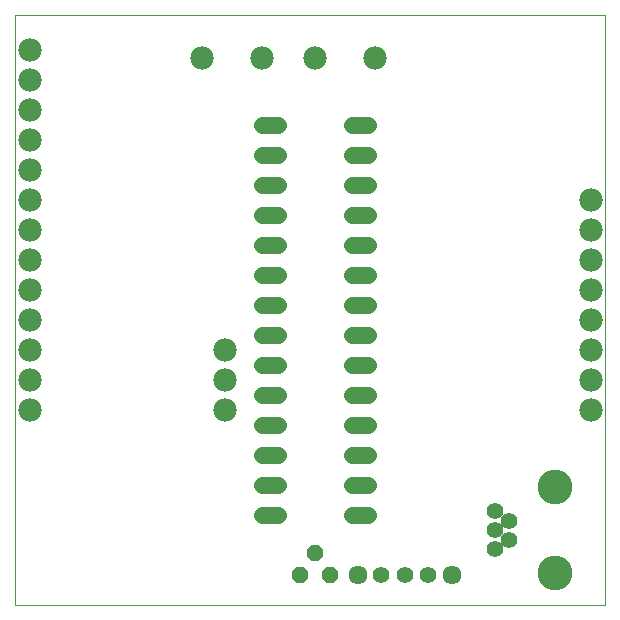
<source format=gbs>
G75*
%MOIN*%
%OFA0B0*%
%FSLAX25Y25*%
%IPPOS*%
%LPD*%
%AMOC8*
5,1,8,0,0,1.08239X$1,22.5*
%
%ADD10C,0.00000*%
%ADD11C,0.05550*%
%ADD12C,0.11620*%
%ADD13C,0.07800*%
%ADD14C,0.05600*%
%ADD15C,0.06337*%
%ADD16OC8,0.05600*%
D10*
X0001800Y0007548D02*
X0001800Y0204398D01*
X0198650Y0204398D01*
X0198650Y0007548D01*
X0001800Y0007548D01*
D11*
X0123926Y0017548D03*
X0131800Y0017548D03*
X0139674Y0017548D03*
X0161721Y0026249D03*
X0166446Y0029398D03*
X0161721Y0032548D03*
X0166446Y0035698D03*
X0161721Y0038847D03*
D12*
X0181800Y0046918D03*
X0181800Y0018178D03*
D13*
X0193800Y0072548D03*
X0193800Y0082548D03*
X0193800Y0092548D03*
X0193800Y0102548D03*
X0193800Y0112548D03*
X0193800Y0122548D03*
X0193800Y0132548D03*
X0193800Y0142548D03*
X0121800Y0190048D03*
X0101800Y0190048D03*
X0084300Y0190048D03*
X0064300Y0190048D03*
X0006800Y0192548D03*
X0006800Y0182548D03*
X0006800Y0172548D03*
X0006800Y0162548D03*
X0006800Y0152548D03*
X0006800Y0142548D03*
X0006800Y0132548D03*
X0006800Y0122548D03*
X0006800Y0112548D03*
X0006800Y0102548D03*
X0006800Y0092548D03*
X0006800Y0082548D03*
X0006800Y0072548D03*
X0071800Y0072548D03*
X0071800Y0082548D03*
X0071800Y0092548D03*
D14*
X0084200Y0087548D02*
X0089400Y0087548D01*
X0089400Y0077548D02*
X0084200Y0077548D01*
X0084200Y0067548D02*
X0089400Y0067548D01*
X0089400Y0057548D02*
X0084200Y0057548D01*
X0084200Y0047548D02*
X0089400Y0047548D01*
X0089400Y0037548D02*
X0084200Y0037548D01*
X0114200Y0037548D02*
X0119400Y0037548D01*
X0119400Y0047548D02*
X0114200Y0047548D01*
X0114200Y0057548D02*
X0119400Y0057548D01*
X0119400Y0067548D02*
X0114200Y0067548D01*
X0114200Y0077548D02*
X0119400Y0077548D01*
X0119400Y0087548D02*
X0114200Y0087548D01*
X0114200Y0097548D02*
X0119400Y0097548D01*
X0119400Y0107548D02*
X0114200Y0107548D01*
X0114200Y0117548D02*
X0119400Y0117548D01*
X0119400Y0127548D02*
X0114200Y0127548D01*
X0114200Y0137548D02*
X0119400Y0137548D01*
X0119400Y0147548D02*
X0114200Y0147548D01*
X0114200Y0157548D02*
X0119400Y0157548D01*
X0119400Y0167548D02*
X0114200Y0167548D01*
X0089400Y0167548D02*
X0084200Y0167548D01*
X0084200Y0157548D02*
X0089400Y0157548D01*
X0089400Y0147548D02*
X0084200Y0147548D01*
X0084200Y0137548D02*
X0089400Y0137548D01*
X0089400Y0127548D02*
X0084200Y0127548D01*
X0084200Y0117548D02*
X0089400Y0117548D01*
X0089400Y0107548D02*
X0084200Y0107548D01*
X0084200Y0097548D02*
X0089400Y0097548D01*
D15*
X0116052Y0017548D03*
X0147548Y0017548D03*
D16*
X0106800Y0017548D03*
X0101800Y0025048D03*
X0096800Y0017548D03*
M02*

</source>
